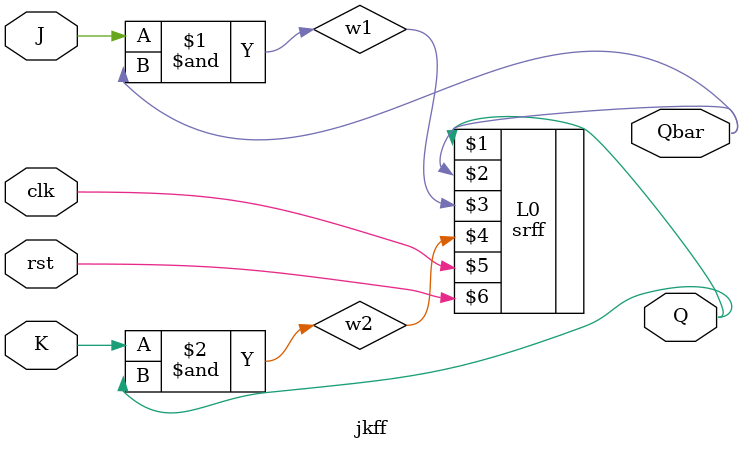
<source format=sv>
`include "SRFF.sv"
module jkff(output Q,Qbar,input J,K,clk,rst);
  wire w1,w2;
  and a1(w1,J,Qbar);
  and a2(w2,K,Q);
  srff L0(Q,Qbar,w1,w2,clk,rst);
endmodule
</source>
